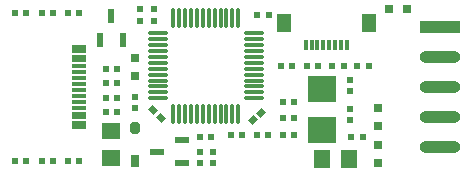
<source format=gtp>
G04*
G04 #@! TF.GenerationSoftware,Altium Limited,Altium Designer,22.1.2 (22)*
G04*
G04 Layer_Color=8421504*
%FSLAX25Y25*%
%MOIN*%
G70*
G04*
G04 #@! TF.SameCoordinates,32997ABC-C250-4A50-851A-9512557143E5*
G04*
G04*
G04 #@! TF.FilePolarity,Positive*
G04*
G01*
G75*
%ADD17R,0.02362X0.05118*%
%ADD18R,0.03000X0.03000*%
%ADD19R,0.02165X0.02362*%
%ADD20R,0.02362X0.02165*%
%ADD21R,0.04724X0.06299*%
%ADD22R,0.01181X0.03543*%
%ADD23R,0.03000X0.03000*%
%ADD24R,0.05118X0.02362*%
%ADD25R,0.09449X0.08661*%
%ADD26O,0.07087X0.01181*%
%ADD27O,0.01181X0.07087*%
G04:AMPARAMS|DCode=28|XSize=23.62mil|YSize=21.65mil|CornerRadius=0mil|HoleSize=0mil|Usage=FLASHONLY|Rotation=45.000|XOffset=0mil|YOffset=0mil|HoleType=Round|Shape=Rectangle|*
%AMROTATEDRECTD28*
4,1,4,-0.00070,-0.01601,-0.01601,-0.00070,0.00070,0.01601,0.01601,0.00070,-0.00070,-0.01601,0.0*
%
%ADD28ROTATEDRECTD28*%

G04:AMPARAMS|DCode=29|XSize=23.62mil|YSize=21.65mil|CornerRadius=0mil|HoleSize=0mil|Usage=FLASHONLY|Rotation=135.000|XOffset=0mil|YOffset=0mil|HoleType=Round|Shape=Rectangle|*
%AMROTATEDRECTD29*
4,1,4,0.01601,-0.00070,0.00070,-0.01601,-0.01601,0.00070,-0.00070,0.01601,0.01601,-0.00070,0.0*
%
%ADD29ROTATEDRECTD29*%

%ADD30R,0.03150X0.03937*%
G04:AMPARAMS|DCode=31|XSize=39.37mil|YSize=31.5mil|CornerRadius=0mil|HoleSize=0mil|Usage=FLASHONLY|Rotation=90.000|XOffset=0mil|YOffset=0mil|HoleType=Round|Shape=Octagon|*
%AMOCTAGOND31*
4,1,8,0.00787,0.01968,-0.00787,0.01968,-0.01575,0.01181,-0.01575,-0.01181,-0.00787,-0.01968,0.00787,-0.01968,0.01575,-0.01181,0.01575,0.01181,0.00787,0.01968,0.0*
%
%ADD31OCTAGOND31*%

%ADD32R,0.05906X0.05256*%
%ADD33R,0.05256X0.05906*%
%ADD34O,0.13780X0.04016*%
%ADD35R,0.13780X0.04016*%
%ADD36R,0.04528X0.01181*%
%ADD37R,0.04520X0.01180*%
D17*
X40157Y53347D02*
D03*
X43898Y45079D02*
D03*
X36417D02*
D03*
D18*
X48031Y39221D02*
D03*
Y33221D02*
D03*
X129134Y10086D02*
D03*
Y4086D02*
D03*
X129134Y16685D02*
D03*
Y22685D02*
D03*
D19*
X119685Y18602D02*
D03*
Y22343D02*
D03*
X69685Y4035D02*
D03*
Y7776D02*
D03*
X54331Y55413D02*
D03*
Y51673D02*
D03*
X74016Y4035D02*
D03*
Y7776D02*
D03*
X49606Y51673D02*
D03*
Y55413D02*
D03*
X48031Y22539D02*
D03*
Y26280D02*
D03*
X119685Y31791D02*
D03*
Y28051D02*
D03*
D20*
X123917Y12992D02*
D03*
X120177D02*
D03*
X113878Y36614D02*
D03*
X117618D02*
D03*
X42028Y21260D02*
D03*
X38287D02*
D03*
X29429Y54331D02*
D03*
X25689D02*
D03*
X29429Y4724D02*
D03*
X25689D02*
D03*
X17028D02*
D03*
X20768D02*
D03*
X88808Y53678D02*
D03*
X92548D02*
D03*
X38287Y30709D02*
D03*
X42028D02*
D03*
X17028Y54331D02*
D03*
X20768D02*
D03*
X38287Y25984D02*
D03*
X42028D02*
D03*
X38287Y35433D02*
D03*
X42028D02*
D03*
X11713Y54331D02*
D03*
X7972D02*
D03*
X11713Y4724D02*
D03*
X7972D02*
D03*
X96555Y36614D02*
D03*
X100295D02*
D03*
X105217D02*
D03*
X108957D02*
D03*
X122146D02*
D03*
X125886D02*
D03*
X69784Y12992D02*
D03*
X73524D02*
D03*
X97342Y13386D02*
D03*
X101083D02*
D03*
Y19291D02*
D03*
X97342D02*
D03*
X88681Y13386D02*
D03*
X92421D02*
D03*
X101083Y24409D02*
D03*
X97342D02*
D03*
X80020Y13386D02*
D03*
X83760D02*
D03*
D21*
X125985Y50886D02*
D03*
X97637D02*
D03*
D22*
X104920Y43603D02*
D03*
X106889D02*
D03*
X108858D02*
D03*
X110827D02*
D03*
X112794D02*
D03*
X114763D02*
D03*
X116732D02*
D03*
X118701D02*
D03*
D23*
X138826Y55590D02*
D03*
X132826D02*
D03*
D24*
X63634Y4260D02*
D03*
Y11740D02*
D03*
X55366Y8000D02*
D03*
D25*
X110236Y15157D02*
D03*
Y28937D02*
D03*
D26*
X87598Y25787D02*
D03*
Y27756D02*
D03*
Y29724D02*
D03*
Y31693D02*
D03*
Y33661D02*
D03*
Y35630D02*
D03*
Y37598D02*
D03*
Y39567D02*
D03*
Y41535D02*
D03*
Y43504D02*
D03*
Y45472D02*
D03*
Y47441D02*
D03*
X55709D02*
D03*
Y45472D02*
D03*
Y43504D02*
D03*
Y41535D02*
D03*
Y39567D02*
D03*
Y37598D02*
D03*
Y35630D02*
D03*
Y33661D02*
D03*
Y31693D02*
D03*
Y29724D02*
D03*
Y27756D02*
D03*
Y25787D02*
D03*
D27*
X82480Y52559D02*
D03*
X80512D02*
D03*
X78543D02*
D03*
X76575D02*
D03*
X74606D02*
D03*
X72638D02*
D03*
X70669D02*
D03*
X68701D02*
D03*
X66732D02*
D03*
X64764D02*
D03*
X62795D02*
D03*
X60827D02*
D03*
Y20669D02*
D03*
X62795D02*
D03*
X64764D02*
D03*
X66732D02*
D03*
X68701D02*
D03*
X70669D02*
D03*
X72638D02*
D03*
X74606D02*
D03*
X76575D02*
D03*
X78543D02*
D03*
X80512D02*
D03*
X82480D02*
D03*
D28*
X87260Y18363D02*
D03*
X89905Y21007D02*
D03*
D29*
X56822Y19178D02*
D03*
X54178Y21822D02*
D03*
D30*
X48031Y4724D02*
D03*
D31*
Y15748D02*
D03*
D32*
X40157Y14734D02*
D03*
Y5738D02*
D03*
D33*
X119459Y5512D02*
D03*
X110463D02*
D03*
D34*
X149606Y9528D02*
D03*
Y29528D02*
D03*
Y39528D02*
D03*
Y19528D02*
D03*
D35*
Y49528D02*
D03*
D36*
X29428Y16339D02*
D03*
Y17520D02*
D03*
X29428Y19488D02*
D03*
Y20670D02*
D03*
X29428Y22638D02*
D03*
Y26575D02*
D03*
X29422Y28544D02*
D03*
X29428Y30512D02*
D03*
X29421Y32481D02*
D03*
X29430Y34449D02*
D03*
X29412Y38386D02*
D03*
Y39567D02*
D03*
X29422Y41536D02*
D03*
Y42717D02*
D03*
D37*
X29428Y24607D02*
D03*
X29428Y36417D02*
D03*
M02*

</source>
